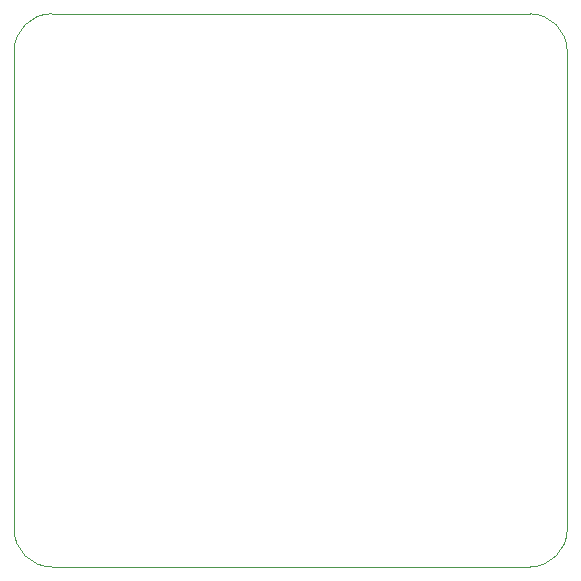
<source format=gbr>
G04 #@! TF.GenerationSoftware,KiCad,Pcbnew,7.0.1*
G04 #@! TF.CreationDate,2023-04-11T18:09:49-04:00*
G04 #@! TF.ProjectId,pikas-pcbs,70696b61-732d-4706-9362-732e6b696361,rev?*
G04 #@! TF.SameCoordinates,Original*
G04 #@! TF.FileFunction,Profile,NP*
%FSLAX46Y46*%
G04 Gerber Fmt 4.6, Leading zero omitted, Abs format (unit mm)*
G04 Created by KiCad (PCBNEW 7.0.1) date 2023-04-11 18:09:49*
%MOMM*%
%LPD*%
G01*
G04 APERTURE LIST*
G04 #@! TA.AperFunction,Profile*
%ADD10C,0.050000*%
G04 #@! TD*
G04 APERTURE END LIST*
D10*
X74612500Y-81756250D02*
X74612500Y-41275000D01*
X77787500Y-38100000D02*
G75*
G03*
X74612500Y-41275000I0J-3175000D01*
G01*
X118268750Y-84931250D02*
X77787500Y-84931250D01*
X74612450Y-81756250D02*
G75*
G03*
X77787500Y-84931250I3175050J50D01*
G01*
X121443700Y-41275000D02*
G75*
G03*
X118268750Y-38100000I-3175000J0D01*
G01*
X121443750Y-41275000D02*
X121443750Y-81756250D01*
X118268750Y-84931250D02*
G75*
G03*
X121443750Y-81756250I0J3175000D01*
G01*
X77787500Y-38100000D02*
X118268750Y-38100000D01*
M02*

</source>
